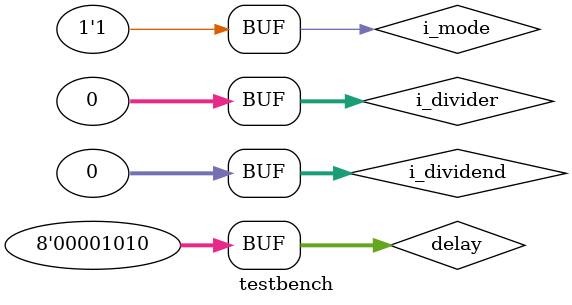
<source format=v>

`define InputWidth 32
`define OutputWidth 32
`include "HD32.v"

module testbench;
// input
reg i_mode;
reg[`InputWidth-1:0] i_dividend;
reg[`InputWidth-1:0] i_divider;
// output
wire[`OutputWidth-1:0] o_quotient;
wire[`OutputWidth-1:0] o_remainder;
wire o_zero_error;

reg [7:0] delay=10; // for test

// DUT
HD32 HD32(i_mode,i_dividend,i_divider,o_quotient,o_remainder,o_zero_error);

//
initial begin
    $dumpfile("HD32.vcd");
    $dumpvars;
    $dumpon;
    #1000 $dumpoff;
    $dumpall;
end

// monitor
initial
begin
    $monitor("At time=%d\nmode=%b\ndividend=%b\ndivider=%b\nquotient=%b\nremainder=%b\no_zero_error=%b\n",
    $time,i_mode,i_dividend,i_divider,o_quotient,o_remainder,o_zero_error);
end

// test
initial
begin
    // unsigned
    #delay;
    i_mode=0;
    i_dividend=`InputWidth'b01100000; // 96
    i_divider=`InputWidth'b1100; // 12
    #delay;
    i_divider=`InputWidth'b1101; // 13
    #delay;
    i_divider=`InputWidth'b01100000; // 0
    #delay;
    i_divider=`InputWidth'b01100010; // 98
    #delay;
    i_dividend=`InputWidth'b0; // 0
    #delay;
    i_dividend=`InputWidth'b11111111_11111111_11111111_11111111; // the largest positive number
    #delay;
    i_divider=`InputWidth'b0; // 0
    // signed
    #delay;
    i_mode=1;
    i_dividend=`InputWidth'b01100000; // 96
    i_divider=`InputWidth'b1100; // 12
    #delay;
    i_divider=`InputWidth'b1101; // 13
    #delay;
    i_divider=`InputWidth'b01100000; // 0
    #delay;
    i_divider=`InputWidth'b01100010; // 98
    #delay;
    i_dividend=`InputWidth'b0; // 0
    #delay;
    i_dividend=`InputWidth'b11111111_11111111_11111111_10100000; // -96
    i_divider=`InputWidth'b1100; // 12
    #delay;
    i_divider=`InputWidth'b1101; // 13
    #delay;
    i_divider=`InputWidth'b01100010; // 98
    #delay;
    i_dividend=`InputWidth'b01100000; // 96
    i_divider=`InputWidth'b11111111111111111111111111110100; // -12
    #delay;
    i_divider=`InputWidth'b11111111111111111111111111110011; // -13
    #delay;
    i_divider=`InputWidth'b11111111_11111111_11111111_10100000; // -96
    #delay;
    i_divider=`InputWidth'b11111111111111111111111110011110; // -98
    #delay;
    i_divider=`InputWidth'b11111111_11111111_11111111_11111111; // -1
    #delay;
    i_dividend=`InputWidth'b11111111_11111111_11111111_10100000; // -96
    i_divider=`InputWidth'b11111111111111111111111111110100; // -12
    #delay;
    i_divider=`InputWidth'b11111111111111111111111111110011; // -13
    #delay;
    i_divider=`InputWidth'b11111111_11111111_11111111_10100000; // -96
    #delay;
    i_divider=`InputWidth'b11111111111111111111111110011110; // -98
    #delay;
    i_dividend=`InputWidth'b01111111_11111111_11111111_11111111; // the smallest negative number
    #delay;
    i_dividend=`InputWidth'b11111111_11111111_11111111_11111111; // -1
    #delay;
    i_dividend=`InputWidth'b0; // 0
    #delay;
    i_divider=`InputWidth'b0; // 0
end

endmodule

</source>
